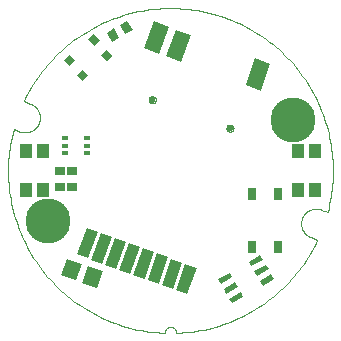
<source format=gts>
G75*
%MOIN*%
%OFA0B0*%
%FSLAX25Y25*%
%IPPOS*%
%LPD*%
%AMOC8*
5,1,8,0,0,1.08239X$1,22.5*
%
%ADD10C,0.00004*%
%ADD11C,0.00000*%
%ADD12R,0.09449X0.03937*%
%ADD13R,0.09449X0.05354*%
%ADD14C,0.02362*%
%ADD15R,0.03937X0.04724*%
%ADD16R,0.03543X0.02756*%
%ADD17R,0.02800X0.02600*%
%ADD18R,0.02756X0.03543*%
%ADD19R,0.04400X0.01800*%
%ADD20R,0.03000X0.03900*%
%ADD21C,0.14961*%
%ADD22R,0.05118X0.05906*%
%ADD23R,0.02362X0.01654*%
D10*
X0029475Y0069444D02*
X0031670Y0068646D01*
X0031801Y0068600D01*
X0031934Y0068558D01*
X0032068Y0068520D01*
X0032203Y0068485D01*
X0032339Y0068455D01*
X0032476Y0068428D01*
X0032613Y0068405D01*
X0032751Y0068386D01*
X0032889Y0068371D01*
X0033028Y0068360D01*
X0033167Y0068353D01*
X0033307Y0068349D01*
X0033446Y0068350D01*
X0033585Y0068354D01*
X0033724Y0068363D01*
X0033863Y0068375D01*
X0034001Y0068392D01*
X0034139Y0068412D01*
X0034276Y0068436D01*
X0034412Y0068464D01*
X0034548Y0068496D01*
X0034683Y0068532D01*
X0034816Y0068572D01*
X0034949Y0068615D01*
X0035080Y0068662D01*
X0035209Y0068713D01*
X0035338Y0068767D01*
X0035464Y0068825D01*
X0035589Y0068886D01*
X0035712Y0068951D01*
X0035834Y0069020D01*
X0035953Y0069092D01*
X0036070Y0069167D01*
X0036185Y0069246D01*
X0036298Y0069327D01*
X0036408Y0069412D01*
X0036516Y0069500D01*
X0036622Y0069591D01*
X0036724Y0069685D01*
X0036824Y0069782D01*
X0036922Y0069882D01*
X0037016Y0069984D01*
X0037108Y0070089D01*
X0037196Y0070197D01*
X0037282Y0070307D01*
X0037364Y0070419D01*
X0037443Y0070534D01*
X0037519Y0070650D01*
X0037591Y0070769D01*
X0037660Y0070890D01*
X0037726Y0071013D01*
X0037788Y0071138D01*
X0037847Y0071264D01*
X0037902Y0071392D01*
X0037953Y0071522D01*
X0038001Y0071653D01*
X0038044Y0071785D01*
X0038085Y0071918D01*
X0038121Y0072052D01*
X0038154Y0072188D01*
X0038182Y0072324D01*
X0038207Y0072461D01*
X0038228Y0072599D01*
X0038245Y0072737D01*
X0038258Y0072876D01*
X0038267Y0073015D01*
X0038273Y0073154D01*
X0038274Y0073293D01*
X0038271Y0073432D01*
X0038265Y0073572D01*
X0038254Y0073710D01*
X0038240Y0073849D01*
X0038221Y0073987D01*
X0038199Y0074125D01*
X0038173Y0074261D01*
X0038143Y0074397D01*
X0038109Y0074532D01*
X0038072Y0074667D01*
X0038030Y0074800D01*
X0037985Y0074931D01*
X0037936Y0075062D01*
X0037884Y0075191D01*
X0037828Y0075318D01*
X0037768Y0075444D01*
X0037705Y0075568D01*
X0037638Y0075690D01*
X0037568Y0075810D01*
X0037494Y0075929D01*
X0037417Y0076045D01*
X0037337Y0076159D01*
X0037254Y0076270D01*
X0037167Y0076379D01*
X0037078Y0076486D01*
X0036985Y0076590D01*
X0036890Y0076692D01*
X0036791Y0076790D01*
X0036690Y0076886D01*
X0036587Y0076979D01*
X0036480Y0077069D01*
X0036372Y0077156D01*
X0036260Y0077240D01*
X0036147Y0077321D01*
X0036031Y0077398D01*
X0035913Y0077472D01*
X0035793Y0077543D01*
X0035671Y0077611D01*
X0035548Y0077674D01*
X0035422Y0077735D01*
X0035295Y0077792D01*
X0035166Y0077845D01*
X0035036Y0077894D01*
X0035036Y0077895D02*
X0032842Y0078693D01*
X0032841Y0078694D02*
X0033420Y0079885D01*
X0034027Y0081061D01*
X0034664Y0082222D01*
X0035328Y0083368D01*
X0036020Y0084496D01*
X0036740Y0085608D01*
X0037486Y0086701D01*
X0038260Y0087776D01*
X0039059Y0088832D01*
X0039884Y0089868D01*
X0040733Y0090883D01*
X0041608Y0091877D01*
X0042506Y0092850D01*
X0043428Y0093800D01*
X0044373Y0094727D01*
X0045340Y0095631D01*
X0046330Y0096512D01*
X0047340Y0097367D01*
X0048371Y0098198D01*
X0049422Y0099003D01*
X0050492Y0099782D01*
X0051582Y0100535D01*
X0052689Y0101261D01*
X0053814Y0101960D01*
X0054955Y0102631D01*
X0056112Y0103274D01*
X0057285Y0103888D01*
X0058473Y0104474D01*
X0059674Y0105030D01*
X0060889Y0105557D01*
X0062116Y0106054D01*
X0063355Y0106521D01*
X0064605Y0106957D01*
X0065866Y0107363D01*
X0067136Y0107737D01*
X0068414Y0108081D01*
X0069701Y0108393D01*
X0070995Y0108673D01*
X0072296Y0108922D01*
X0073602Y0109139D01*
X0074913Y0109324D01*
X0076228Y0109477D01*
X0077547Y0109597D01*
X0078868Y0109686D01*
X0080190Y0109742D01*
X0081514Y0109765D01*
X0082838Y0109756D01*
X0084162Y0109715D01*
X0085484Y0109642D01*
X0086804Y0109536D01*
X0088120Y0109398D01*
X0089433Y0109228D01*
X0090742Y0109025D01*
X0092045Y0108791D01*
X0093342Y0108525D01*
X0094632Y0108227D01*
X0095915Y0107898D01*
X0097189Y0107538D01*
X0098454Y0107146D01*
X0099708Y0106724D01*
X0100953Y0106271D01*
X0102185Y0105788D01*
X0103406Y0105275D01*
X0104614Y0104732D01*
X0105808Y0104160D01*
X0106987Y0103559D01*
X0108152Y0102929D01*
X0109301Y0102270D01*
X0110433Y0101584D01*
X0111548Y0100871D01*
X0112646Y0100130D01*
X0113725Y0099363D01*
X0114785Y0098569D01*
X0115825Y0097750D01*
X0116845Y0096906D01*
X0117844Y0096037D01*
X0118821Y0095144D01*
X0119777Y0094227D01*
X0120709Y0093287D01*
X0121618Y0092324D01*
X0122504Y0091340D01*
X0123365Y0090334D01*
X0124201Y0089308D01*
X0125012Y0088261D01*
X0125797Y0087195D01*
X0126556Y0086110D01*
X0127288Y0085007D01*
X0127993Y0083886D01*
X0128670Y0082748D01*
X0129319Y0081594D01*
X0129940Y0080425D01*
X0130532Y0079240D01*
X0131095Y0078042D01*
X0131628Y0076830D01*
X0132132Y0075605D01*
X0132605Y0074369D01*
X0133048Y0073121D01*
X0133460Y0071863D01*
X0133842Y0070595D01*
X0134192Y0069318D01*
X0134511Y0068033D01*
X0134799Y0066741D01*
X0135055Y0065442D01*
X0135279Y0064137D01*
X0135471Y0062827D01*
X0135631Y0061512D01*
X0135758Y0060194D01*
X0135854Y0058874D01*
X0135917Y0057551D01*
X0135948Y0056228D01*
X0135946Y0054904D01*
X0135912Y0053580D01*
X0135846Y0052258D01*
X0135747Y0050937D01*
X0135616Y0049620D01*
X0135453Y0048306D01*
X0135258Y0046996D01*
X0135031Y0045692D01*
X0134772Y0044393D01*
X0134481Y0043102D01*
X0134159Y0041817D01*
X0131965Y0042616D01*
X0131965Y0042615D02*
X0131834Y0042661D01*
X0131701Y0042703D01*
X0131567Y0042741D01*
X0131432Y0042776D01*
X0131296Y0042806D01*
X0131159Y0042833D01*
X0131022Y0042856D01*
X0130884Y0042875D01*
X0130746Y0042890D01*
X0130607Y0042901D01*
X0130468Y0042908D01*
X0130328Y0042912D01*
X0130189Y0042911D01*
X0130050Y0042907D01*
X0129911Y0042898D01*
X0129772Y0042886D01*
X0129634Y0042869D01*
X0129496Y0042849D01*
X0129359Y0042825D01*
X0129223Y0042797D01*
X0129087Y0042765D01*
X0128952Y0042729D01*
X0128819Y0042689D01*
X0128686Y0042646D01*
X0128555Y0042599D01*
X0128426Y0042548D01*
X0128297Y0042494D01*
X0128171Y0042436D01*
X0128046Y0042375D01*
X0127923Y0042310D01*
X0127801Y0042241D01*
X0127682Y0042169D01*
X0127565Y0042094D01*
X0127450Y0042015D01*
X0127337Y0041934D01*
X0127227Y0041849D01*
X0127119Y0041761D01*
X0127013Y0041670D01*
X0126911Y0041576D01*
X0126811Y0041479D01*
X0126713Y0041379D01*
X0126619Y0041277D01*
X0126527Y0041172D01*
X0126439Y0041064D01*
X0126353Y0040954D01*
X0126271Y0040842D01*
X0126192Y0040727D01*
X0126116Y0040611D01*
X0126044Y0040492D01*
X0125975Y0040371D01*
X0125909Y0040248D01*
X0125847Y0040123D01*
X0125788Y0039997D01*
X0125733Y0039869D01*
X0125682Y0039739D01*
X0125634Y0039608D01*
X0125591Y0039476D01*
X0125550Y0039343D01*
X0125514Y0039209D01*
X0125481Y0039073D01*
X0125453Y0038937D01*
X0125428Y0038800D01*
X0125407Y0038662D01*
X0125390Y0038524D01*
X0125377Y0038385D01*
X0125368Y0038246D01*
X0125362Y0038107D01*
X0125361Y0037968D01*
X0125364Y0037829D01*
X0125370Y0037689D01*
X0125381Y0037551D01*
X0125395Y0037412D01*
X0125414Y0037274D01*
X0125436Y0037136D01*
X0125462Y0037000D01*
X0125492Y0036864D01*
X0125526Y0036729D01*
X0125563Y0036594D01*
X0125605Y0036461D01*
X0125650Y0036330D01*
X0125699Y0036199D01*
X0125751Y0036070D01*
X0125807Y0035943D01*
X0125867Y0035817D01*
X0125930Y0035693D01*
X0125997Y0035571D01*
X0126067Y0035451D01*
X0126141Y0035332D01*
X0126218Y0035216D01*
X0126298Y0035102D01*
X0126381Y0034991D01*
X0126468Y0034882D01*
X0126557Y0034775D01*
X0126650Y0034671D01*
X0126745Y0034569D01*
X0126844Y0034471D01*
X0126945Y0034375D01*
X0127048Y0034282D01*
X0127155Y0034192D01*
X0127263Y0034105D01*
X0127375Y0034021D01*
X0127488Y0033940D01*
X0127604Y0033863D01*
X0127722Y0033789D01*
X0127842Y0033718D01*
X0127964Y0033650D01*
X0128087Y0033587D01*
X0128213Y0033526D01*
X0128340Y0033469D01*
X0128469Y0033416D01*
X0128599Y0033367D01*
X0128598Y0033367D02*
X0130793Y0032568D01*
X0079849Y0001533D02*
X0078539Y0001596D01*
X0077231Y0001692D01*
X0075926Y0001818D01*
X0074624Y0001977D01*
X0073327Y0002167D01*
X0072035Y0002388D01*
X0070748Y0002641D01*
X0069468Y0002924D01*
X0068195Y0003239D01*
X0066930Y0003584D01*
X0065674Y0003960D01*
X0064427Y0004366D01*
X0063190Y0004802D01*
X0061965Y0005268D01*
X0060751Y0005764D01*
X0059549Y0006289D01*
X0058361Y0006843D01*
X0057186Y0007425D01*
X0056026Y0008036D01*
X0054881Y0008674D01*
X0053751Y0009341D01*
X0052638Y0010034D01*
X0051542Y0010754D01*
X0050464Y0011500D01*
X0049405Y0012273D01*
X0048364Y0013071D01*
X0047343Y0013893D01*
X0046342Y0014740D01*
X0045362Y0015612D01*
X0044404Y0016506D01*
X0043467Y0017424D01*
X0042553Y0018364D01*
X0041662Y0019326D01*
X0040794Y0020309D01*
X0039951Y0021313D01*
X0039132Y0022337D01*
X0038338Y0023381D01*
X0037570Y0024443D01*
X0036827Y0025524D01*
X0036111Y0026622D01*
X0035422Y0027738D01*
X0034760Y0028870D01*
X0034126Y0030017D01*
X0033520Y0031180D01*
X0032942Y0032357D01*
X0032392Y0033547D01*
X0031872Y0034751D01*
X0031381Y0035967D01*
X0030919Y0037194D01*
X0030488Y0038432D01*
X0030086Y0039681D01*
X0029715Y0040938D01*
X0029375Y0042204D01*
X0029065Y0043478D01*
X0028786Y0044760D01*
X0028538Y0046047D01*
X0028322Y0047340D01*
X0028137Y0048639D01*
X0027983Y0049941D01*
X0027861Y0051246D01*
X0027770Y0052554D01*
X0027712Y0053864D01*
X0027685Y0055175D01*
X0027690Y0056486D01*
X0027726Y0057797D01*
X0027795Y0059107D01*
X0027895Y0060414D01*
X0028026Y0061719D01*
X0028190Y0063020D01*
X0028384Y0064316D01*
X0028610Y0065608D01*
X0028868Y0066894D01*
X0029156Y0068173D01*
X0029475Y0069445D01*
X0079848Y0001533D02*
X0079852Y0001620D01*
X0079859Y0001707D01*
X0079870Y0001794D01*
X0079886Y0001880D01*
X0079904Y0001965D01*
X0079927Y0002049D01*
X0079953Y0002133D01*
X0079983Y0002215D01*
X0080017Y0002295D01*
X0080054Y0002374D01*
X0080095Y0002452D01*
X0080139Y0002527D01*
X0080186Y0002600D01*
X0080237Y0002672D01*
X0080290Y0002741D01*
X0080347Y0002807D01*
X0080407Y0002871D01*
X0080469Y0002932D01*
X0080534Y0002990D01*
X0080601Y0003046D01*
X0080671Y0003098D01*
X0080743Y0003148D01*
X0080818Y0003194D01*
X0080894Y0003236D01*
X0080972Y0003275D01*
X0081052Y0003311D01*
X0081133Y0003343D01*
X0081215Y0003372D01*
X0081299Y0003397D01*
X0081384Y0003418D01*
X0081469Y0003435D01*
X0081556Y0003449D01*
X0081643Y0003458D01*
X0081730Y0003464D01*
X0081817Y0003466D01*
X0081904Y0003464D01*
X0081991Y0003458D01*
X0082078Y0003449D01*
X0082165Y0003435D01*
X0082250Y0003418D01*
X0082335Y0003397D01*
X0082419Y0003372D01*
X0082501Y0003343D01*
X0082582Y0003311D01*
X0082662Y0003275D01*
X0082740Y0003236D01*
X0082816Y0003194D01*
X0082891Y0003148D01*
X0082963Y0003098D01*
X0083033Y0003046D01*
X0083100Y0002990D01*
X0083165Y0002932D01*
X0083227Y0002871D01*
X0083287Y0002807D01*
X0083344Y0002741D01*
X0083397Y0002672D01*
X0083448Y0002600D01*
X0083495Y0002527D01*
X0083539Y0002452D01*
X0083580Y0002374D01*
X0083617Y0002295D01*
X0083651Y0002215D01*
X0083681Y0002133D01*
X0083707Y0002049D01*
X0083730Y0001965D01*
X0083748Y0001880D01*
X0083764Y0001794D01*
X0083775Y0001707D01*
X0083782Y0001620D01*
X0083786Y0001533D01*
D11*
X0083785Y0001533D02*
X0085100Y0001597D01*
X0086413Y0001692D01*
X0087723Y0001820D01*
X0089030Y0001980D01*
X0090333Y0002171D01*
X0091630Y0002394D01*
X0092922Y0002648D01*
X0094207Y0002934D01*
X0095484Y0003251D01*
X0096754Y0003599D01*
X0098015Y0003977D01*
X0099266Y0004386D01*
X0100507Y0004826D01*
X0101737Y0005295D01*
X0102955Y0005794D01*
X0104160Y0006323D01*
X0105353Y0006881D01*
X0106531Y0007468D01*
X0107695Y0008083D01*
X0108843Y0008726D01*
X0109976Y0009397D01*
X0111092Y0010096D01*
X0112190Y0010821D01*
X0113271Y0011573D01*
X0114333Y0012351D01*
X0115376Y0013154D01*
X0116399Y0013983D01*
X0117401Y0014836D01*
X0118383Y0015713D01*
X0119343Y0016614D01*
X0120280Y0017538D01*
X0121195Y0018485D01*
X0122087Y0019453D01*
X0122955Y0020443D01*
X0123798Y0021454D01*
X0124617Y0022485D01*
X0125410Y0023535D01*
X0126178Y0024605D01*
X0126919Y0025692D01*
X0127633Y0026798D01*
X0128321Y0027921D01*
X0128981Y0029060D01*
X0129613Y0030214D01*
X0130217Y0031384D01*
X0130792Y0032568D01*
X0100451Y0069782D02*
X0100453Y0069851D01*
X0100459Y0069919D01*
X0100469Y0069987D01*
X0100483Y0070054D01*
X0100501Y0070121D01*
X0100522Y0070186D01*
X0100548Y0070250D01*
X0100577Y0070312D01*
X0100609Y0070372D01*
X0100645Y0070431D01*
X0100685Y0070487D01*
X0100727Y0070541D01*
X0100773Y0070592D01*
X0100822Y0070641D01*
X0100873Y0070687D01*
X0100927Y0070729D01*
X0100983Y0070769D01*
X0101041Y0070805D01*
X0101102Y0070837D01*
X0101164Y0070866D01*
X0101228Y0070892D01*
X0101293Y0070913D01*
X0101360Y0070931D01*
X0101427Y0070945D01*
X0101495Y0070955D01*
X0101563Y0070961D01*
X0101632Y0070963D01*
X0101701Y0070961D01*
X0101769Y0070955D01*
X0101837Y0070945D01*
X0101904Y0070931D01*
X0101971Y0070913D01*
X0102036Y0070892D01*
X0102100Y0070866D01*
X0102162Y0070837D01*
X0102222Y0070805D01*
X0102281Y0070769D01*
X0102337Y0070729D01*
X0102391Y0070687D01*
X0102442Y0070641D01*
X0102491Y0070592D01*
X0102537Y0070541D01*
X0102579Y0070487D01*
X0102619Y0070431D01*
X0102655Y0070372D01*
X0102687Y0070312D01*
X0102716Y0070250D01*
X0102742Y0070186D01*
X0102763Y0070121D01*
X0102781Y0070054D01*
X0102795Y0069987D01*
X0102805Y0069919D01*
X0102811Y0069851D01*
X0102813Y0069782D01*
X0102811Y0069713D01*
X0102805Y0069645D01*
X0102795Y0069577D01*
X0102781Y0069510D01*
X0102763Y0069443D01*
X0102742Y0069378D01*
X0102716Y0069314D01*
X0102687Y0069252D01*
X0102655Y0069191D01*
X0102619Y0069133D01*
X0102579Y0069077D01*
X0102537Y0069023D01*
X0102491Y0068972D01*
X0102442Y0068923D01*
X0102391Y0068877D01*
X0102337Y0068835D01*
X0102281Y0068795D01*
X0102223Y0068759D01*
X0102162Y0068727D01*
X0102100Y0068698D01*
X0102036Y0068672D01*
X0101971Y0068651D01*
X0101904Y0068633D01*
X0101837Y0068619D01*
X0101769Y0068609D01*
X0101701Y0068603D01*
X0101632Y0068601D01*
X0101563Y0068603D01*
X0101495Y0068609D01*
X0101427Y0068619D01*
X0101360Y0068633D01*
X0101293Y0068651D01*
X0101228Y0068672D01*
X0101164Y0068698D01*
X0101102Y0068727D01*
X0101041Y0068759D01*
X0100983Y0068795D01*
X0100927Y0068835D01*
X0100873Y0068877D01*
X0100822Y0068923D01*
X0100773Y0068972D01*
X0100727Y0069023D01*
X0100685Y0069077D01*
X0100645Y0069133D01*
X0100609Y0069191D01*
X0100577Y0069252D01*
X0100548Y0069314D01*
X0100522Y0069378D01*
X0100501Y0069443D01*
X0100483Y0069510D01*
X0100469Y0069577D01*
X0100459Y0069645D01*
X0100453Y0069713D01*
X0100451Y0069782D01*
X0074554Y0079208D02*
X0074556Y0079277D01*
X0074562Y0079345D01*
X0074572Y0079413D01*
X0074586Y0079480D01*
X0074604Y0079547D01*
X0074625Y0079612D01*
X0074651Y0079676D01*
X0074680Y0079738D01*
X0074712Y0079798D01*
X0074748Y0079857D01*
X0074788Y0079913D01*
X0074830Y0079967D01*
X0074876Y0080018D01*
X0074925Y0080067D01*
X0074976Y0080113D01*
X0075030Y0080155D01*
X0075086Y0080195D01*
X0075144Y0080231D01*
X0075205Y0080263D01*
X0075267Y0080292D01*
X0075331Y0080318D01*
X0075396Y0080339D01*
X0075463Y0080357D01*
X0075530Y0080371D01*
X0075598Y0080381D01*
X0075666Y0080387D01*
X0075735Y0080389D01*
X0075804Y0080387D01*
X0075872Y0080381D01*
X0075940Y0080371D01*
X0076007Y0080357D01*
X0076074Y0080339D01*
X0076139Y0080318D01*
X0076203Y0080292D01*
X0076265Y0080263D01*
X0076325Y0080231D01*
X0076384Y0080195D01*
X0076440Y0080155D01*
X0076494Y0080113D01*
X0076545Y0080067D01*
X0076594Y0080018D01*
X0076640Y0079967D01*
X0076682Y0079913D01*
X0076722Y0079857D01*
X0076758Y0079798D01*
X0076790Y0079738D01*
X0076819Y0079676D01*
X0076845Y0079612D01*
X0076866Y0079547D01*
X0076884Y0079480D01*
X0076898Y0079413D01*
X0076908Y0079345D01*
X0076914Y0079277D01*
X0076916Y0079208D01*
X0076914Y0079139D01*
X0076908Y0079071D01*
X0076898Y0079003D01*
X0076884Y0078936D01*
X0076866Y0078869D01*
X0076845Y0078804D01*
X0076819Y0078740D01*
X0076790Y0078678D01*
X0076758Y0078617D01*
X0076722Y0078559D01*
X0076682Y0078503D01*
X0076640Y0078449D01*
X0076594Y0078398D01*
X0076545Y0078349D01*
X0076494Y0078303D01*
X0076440Y0078261D01*
X0076384Y0078221D01*
X0076326Y0078185D01*
X0076265Y0078153D01*
X0076203Y0078124D01*
X0076139Y0078098D01*
X0076074Y0078077D01*
X0076007Y0078059D01*
X0075940Y0078045D01*
X0075872Y0078035D01*
X0075804Y0078029D01*
X0075735Y0078027D01*
X0075666Y0078029D01*
X0075598Y0078035D01*
X0075530Y0078045D01*
X0075463Y0078059D01*
X0075396Y0078077D01*
X0075331Y0078098D01*
X0075267Y0078124D01*
X0075205Y0078153D01*
X0075144Y0078185D01*
X0075086Y0078221D01*
X0075030Y0078261D01*
X0074976Y0078303D01*
X0074925Y0078349D01*
X0074876Y0078398D01*
X0074830Y0078449D01*
X0074788Y0078503D01*
X0074748Y0078559D01*
X0074712Y0078617D01*
X0074680Y0078678D01*
X0074651Y0078740D01*
X0074625Y0078804D01*
X0074604Y0078869D01*
X0074586Y0078936D01*
X0074572Y0079003D01*
X0074562Y0079071D01*
X0074556Y0079139D01*
X0074554Y0079208D01*
D12*
G36*
X0057589Y0035227D02*
X0054357Y0026349D01*
X0050659Y0027695D01*
X0053891Y0036573D01*
X0057589Y0035227D01*
G37*
G36*
X0062288Y0033517D02*
X0059056Y0024639D01*
X0055358Y0025985D01*
X0058590Y0034863D01*
X0062288Y0033517D01*
G37*
G36*
X0066986Y0031807D02*
X0063754Y0022929D01*
X0060056Y0024275D01*
X0063288Y0033153D01*
X0066986Y0031807D01*
G37*
G36*
X0071684Y0030096D02*
X0068452Y0021218D01*
X0064754Y0022564D01*
X0067986Y0031442D01*
X0071684Y0030096D01*
G37*
G36*
X0076383Y0028386D02*
X0073151Y0019508D01*
X0069453Y0020854D01*
X0072685Y0029732D01*
X0076383Y0028386D01*
G37*
G36*
X0081081Y0026676D02*
X0077849Y0017798D01*
X0074151Y0019144D01*
X0077383Y0028022D01*
X0081081Y0026676D01*
G37*
G36*
X0085780Y0024966D02*
X0082548Y0016088D01*
X0078850Y0017434D01*
X0082082Y0026312D01*
X0085780Y0024966D01*
G37*
G36*
X0090478Y0023256D02*
X0087246Y0014378D01*
X0083548Y0015724D01*
X0086780Y0024602D01*
X0090478Y0023256D01*
G37*
D13*
G36*
X0115076Y0091183D02*
X0111844Y0082306D01*
X0106814Y0084137D01*
X0110046Y0093014D01*
X0115076Y0091183D01*
G37*
G36*
X0088624Y0100811D02*
X0085392Y0091934D01*
X0080362Y0093765D01*
X0083594Y0102642D01*
X0088624Y0100811D01*
G37*
G36*
X0081225Y0103504D02*
X0077993Y0094627D01*
X0072963Y0096458D01*
X0076195Y0105335D01*
X0081225Y0103504D01*
G37*
D14*
X0075735Y0079208D03*
X0101632Y0069782D03*
D15*
X0124337Y0062127D03*
X0129849Y0062127D03*
X0129849Y0049135D03*
X0124337Y0049135D03*
X0039298Y0049135D03*
X0033786Y0049135D03*
X0033786Y0062127D03*
X0039298Y0062127D03*
D16*
X0044809Y0055434D03*
X0049140Y0055434D03*
X0049140Y0050316D03*
X0044809Y0050316D03*
D17*
G36*
X0052559Y0089139D02*
X0054359Y0086995D01*
X0052369Y0085323D01*
X0050569Y0087467D01*
X0052559Y0089139D01*
G37*
G36*
X0048063Y0090456D02*
X0046263Y0092600D01*
X0048253Y0094272D01*
X0050053Y0092128D01*
X0048063Y0090456D01*
G37*
G36*
X0056183Y0097269D02*
X0054383Y0099413D01*
X0056373Y0101085D01*
X0058173Y0098941D01*
X0056183Y0097269D01*
G37*
G36*
X0060679Y0095953D02*
X0062479Y0093809D01*
X0060489Y0092137D01*
X0058689Y0094281D01*
X0060679Y0095953D01*
G37*
D18*
G36*
X0060594Y0101652D02*
X0062979Y0103030D01*
X0064750Y0099964D01*
X0062365Y0098586D01*
X0060594Y0101652D01*
G37*
G36*
X0065026Y0104211D02*
X0067411Y0105589D01*
X0069182Y0102523D01*
X0066797Y0101145D01*
X0065026Y0104211D01*
G37*
D19*
G36*
X0112609Y0025919D02*
X0108799Y0023720D01*
X0107899Y0025279D01*
X0111709Y0027478D01*
X0112609Y0025919D01*
G37*
G36*
X0114479Y0022680D02*
X0110669Y0020481D01*
X0109769Y0022040D01*
X0113579Y0024239D01*
X0114479Y0022680D01*
G37*
G36*
X0116349Y0019441D02*
X0112539Y0017242D01*
X0111639Y0018801D01*
X0115449Y0021000D01*
X0116349Y0019441D01*
G37*
G36*
X0106130Y0013541D02*
X0102320Y0011342D01*
X0101420Y0012901D01*
X0105230Y0015100D01*
X0106130Y0013541D01*
G37*
G36*
X0104259Y0016780D02*
X0100449Y0014581D01*
X0099549Y0016140D01*
X0103359Y0018339D01*
X0104259Y0016780D01*
G37*
G36*
X0102389Y0020019D02*
X0098579Y0017820D01*
X0097679Y0019379D01*
X0101489Y0021578D01*
X0102389Y0020019D01*
G37*
D20*
X0109081Y0030237D03*
X0117546Y0030237D03*
X0117546Y0047954D03*
X0109081Y0047954D03*
D21*
X0040897Y0038681D03*
X0122737Y0072580D03*
D22*
G36*
X0057198Y0016450D02*
X0052390Y0018201D01*
X0054410Y0023750D01*
X0059218Y0021999D01*
X0057198Y0016450D01*
G37*
G36*
X0050169Y0019008D02*
X0045361Y0020759D01*
X0047381Y0026308D01*
X0052189Y0024557D01*
X0050169Y0019008D01*
G37*
D23*
X0046581Y0061339D03*
X0046581Y0063898D03*
X0046581Y0066457D03*
X0054061Y0066457D03*
X0054061Y0063898D03*
X0054061Y0061339D03*
M02*

</source>
